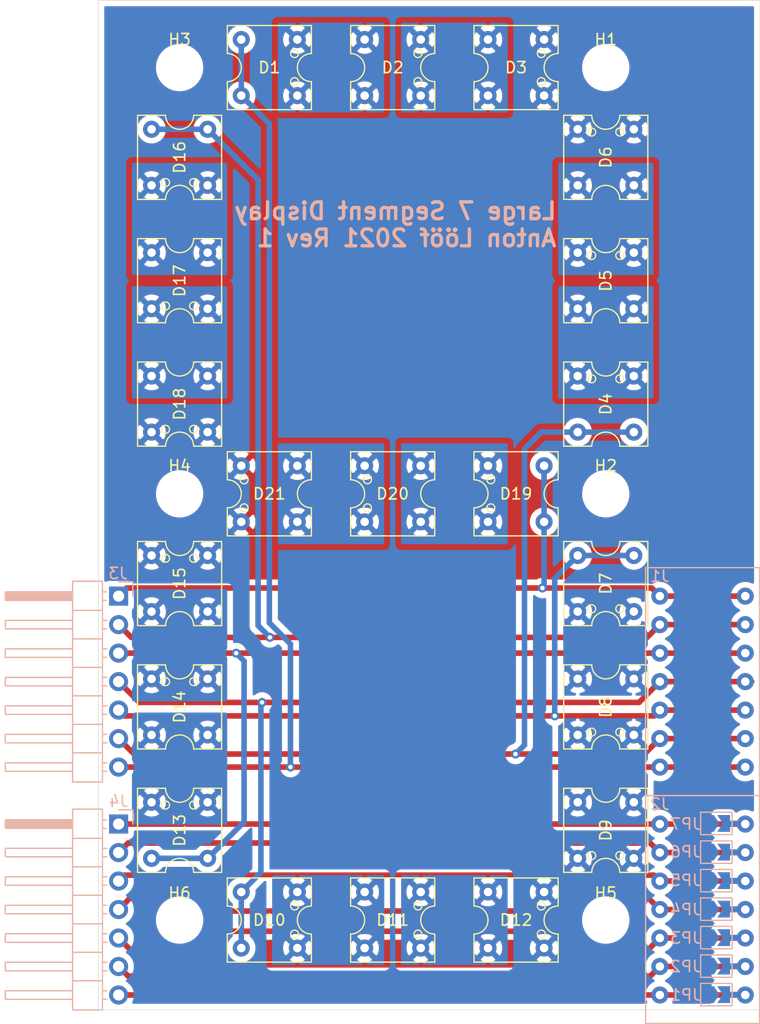
<source format=kicad_pcb>
(kicad_pcb (version 20171130) (host pcbnew "(5.1.9)-1")
  (layers (0 F.Cu signal) (31 B.Cu signal) (34 B.Paste user) (35 F.Paste user) (36 B.SilkS user) (37 F.SilkS user) (38 B.Mask user) (39 F.Mask user) (44 Edge.Cuts user))
  (net 0 "")
  (net 1 a)
  (net 2 "Net-(D1-Pad1)")
  (net 3 "Net-(D2-Pad1)")
  (net 4 b)
  (net 5 "Net-(D4-Pad1)")
  (net 6 "Net-(D5-Pad1)")
  (net 7 c)
  (net 8 "Net-(D7-Pad1)")
  (net 9 "Net-(D8-Pad1)")
  (net 10 d)
  (net 11 "Net-(D10-Pad1)")
  (net 12 "Net-(D11-Pad1)")
  (net 13 e)
  (net 14 "Net-(D13-Pad1)")
  (net 15 "Net-(D14-Pad1)")
  (net 16 f)
  (net 17 "Net-(D16-Pad1)")
  (net 18 "Net-(D17-Pad1)")
  (net 19 g)
  (net 20 "Net-(D19-Pad1)")
  (net 21 "Net-(D20-Pad1)")
  (net 22 b5)
  (net 23 b4)
  (net 24 b3)
  (net 25 b2)
  (net 26 b1)
  (net 27 b0)
  (net 28 /com)
  (net 29 b6)
  (module good_things:led4pin (layer F.Cu) (at 144.25 56 180)
    (fp_text reference D1 (at 0 0) (layer F.SilkS))
    (fp_text value led4pin)
    (pad 4 thru_hole circle (at 2.5 2.5 180) (size 1.524 1.524) (drill 0.762) (layers *.Cu *.Mask) (net 1 a))
    (pad 3 thru_hole circle (at -2.5 2.5 180) (size 1.524 1.524) (drill 0.762) (layers *.Cu *.Mask) (net 2 "Net-(D1-Pad1)"))
    (pad 2 thru_hole circle (at 2.5 -2.5 180) (size 1.524 1.524) (drill 0.762) (layers *.Cu *.Mask) (net 1 a))
    (pad 1 thru_hole circle (at -2.5 -2.5 180) (size 1.524 1.524) (drill 0.762) (layers *.Cu *.Mask) (net 2 "Net-(D1-Pad1)"))
  )
  (module good_things:pin-socket-7x2.54 (layer B.Cu) (at 182.88 131.064 270)
    (fp_text reference J2 (at -9.398 3.81 180) (layer B.SilkS) (effects (justify mirror)))
    (fp_text value Conn_01x07)
    (pad 7 thru_hole circle (at 7.62 -3.81 180) (size 1.524 1.524) (drill 0.762) (layers *.Cu *.Mask) (net 27 b0))
    (pad 6 thru_hole circle (at 5.08 -3.81 180) (size 1.524 1.524) (drill 0.762) (layers *.Cu *.Mask) (net 26 b1))
    (pad 3 thru_hole circle (at -2.54 -3.81 180) (size 1.524 1.524) (drill 0.762) (layers *.Cu *.Mask) (net 23 b4))
    (pad 1 thru_hole circle (at -7.62 -3.81 180) (size 1.524 1.524) (drill 0.762) (layers *.Cu *.Mask) (net 29 b6))
    (pad 5 thru_hole circle (at 2.54 -3.81 180) (size 1.524 1.524) (drill 0.762) (layers *.Cu *.Mask) (net 25 b2))
    (pad 2 thru_hole circle (at -5.08 -3.81 180) (size 1.524 1.524) (drill 0.762) (layers *.Cu *.Mask) (net 22 b5))
    (pad 4 thru_hole circle (at 0 -3.81 180) (size 1.524 1.524) (drill 0.762) (layers *.Cu *.Mask) (net 24 b3))
    (pad 7 thru_hole circle (at 7.62 3.81 180) (size 1.524 1.524) (drill 0.762) (layers *.Cu *.Mask) (net 27 b0))
    (pad 6 thru_hole circle (at 5.08 3.81 180) (size 1.524 1.524) (drill 0.762) (layers *.Cu *.Mask) (net 26 b1))
    (pad 5 thru_hole circle (at 2.54 3.81 180) (size 1.524 1.524) (drill 0.762) (layers *.Cu *.Mask) (net 25 b2))
    (pad 4 thru_hole circle (at 0 3.81 180) (size 1.524 1.524) (drill 0.762) (layers *.Cu *.Mask) (net 24 b3))
    (pad 3 thru_hole circle (at -2.54 3.81 180) (size 1.524 1.524) (drill 0.762) (layers *.Cu *.Mask) (net 23 b4))
    (pad 2 thru_hole circle (at -5.08 3.81 180) (size 1.524 1.524) (drill 0.762) (layers *.Cu *.Mask) (net 22 b5))
    (pad 1 thru_hole circle (at -7.62 3.81 180) (size 1.524 1.524) (drill 0.762) (layers *.Cu *.Mask) (net 29 b6))
  )
  (module good_things:pin-socket-7x2.54 (layer B.Cu) (at 182.88 110.744 270)
    (fp_text reference J1 (at -9.398 3.81 180) (layer B.SilkS) (effects (justify mirror)))
    (fp_text value Conn_01x07)
    (pad 7 thru_hole circle (at 7.62 -3.81 180) (size 1.524 1.524) (drill 0.762) (layers *.Cu *.Mask) (net 1 a))
    (pad 6 thru_hole circle (at 5.08 -3.81 180) (size 1.524 1.524) (drill 0.762) (layers *.Cu *.Mask) (net 4 b))
    (pad 3 thru_hole circle (at -2.54 -3.81 180) (size 1.524 1.524) (drill 0.762) (layers *.Cu *.Mask) (net 13 e))
    (pad 1 thru_hole circle (at -7.62 -3.81 180) (size 1.524 1.524) (drill 0.762) (layers *.Cu *.Mask) (net 19 g))
    (pad 5 thru_hole circle (at 2.54 -3.81 180) (size 1.524 1.524) (drill 0.762) (layers *.Cu *.Mask) (net 7 c))
    (pad 2 thru_hole circle (at -5.08 -3.81 180) (size 1.524 1.524) (drill 0.762) (layers *.Cu *.Mask) (net 16 f))
    (pad 4 thru_hole circle (at 0 -3.81 180) (size 1.524 1.524) (drill 0.762) (layers *.Cu *.Mask) (net 10 d))
    (pad 7 thru_hole circle (at 7.62 3.81 180) (size 1.524 1.524) (drill 0.762) (layers *.Cu *.Mask) (net 1 a))
    (pad 6 thru_hole circle (at 5.08 3.81 180) (size 1.524 1.524) (drill 0.762) (layers *.Cu *.Mask) (net 4 b))
    (pad 5 thru_hole circle (at 2.54 3.81 180) (size 1.524 1.524) (drill 0.762) (layers *.Cu *.Mask) (net 7 c))
    (pad 4 thru_hole circle (at 0 3.81 180) (size 1.524 1.524) (drill 0.762) (layers *.Cu *.Mask) (net 10 d))
    (pad 3 thru_hole circle (at -2.54 3.81 180) (size 1.524 1.524) (drill 0.762) (layers *.Cu *.Mask) (net 13 e))
    (pad 2 thru_hole circle (at -5.08 3.81 180) (size 1.524 1.524) (drill 0.762) (layers *.Cu *.Mask) (net 16 f))
    (pad 1 thru_hole circle (at -7.62 3.81 180) (size 1.524 1.524) (drill 0.762) (layers *.Cu *.Mask) (net 19 g))
  )
  (module Jumper:SolderJumper-2_P1.3mm_Open_TrianglePad1.0x1.5mm (layer B.Cu) (at 184.11 123.387)
    (fp_text reference JP7 (at -2.754 0.057) (layer B.SilkS) (effects (justify mirror)))
    (fp_text value SolderJumper_2_Bridged)
    (pad 1 smd custom (at -0.725 0) (size 0.3 0.3) (layers B.Cu B.Mask) (net 28 /com) (options (clearance outline) (anchor rect)) (primitives (gr_poly (pts (xy -0.5 0.75) (xy 0.5 0.75) (xy 1 0) (xy 0.5 -0.75) (xy -0.5 -0.75)) (width 0))))
    (pad 2 smd custom (at 0.725 0) (size 0.3 0.3) (layers B.Cu B.Mask) (net 29 b6) (options (clearance outline) (anchor rect)) (primitives (gr_poly (pts (xy -0.65 0.75) (xy 0.5 0.75) (xy 0.5 -0.75) (xy -0.65 -0.75) (xy -0.15 0)) (width 0))))
  )
  (module Connector_PinHeader_2.54mm:PinHeader_1x07_P2.54mm_Horizontal (layer B.Cu) (at 130.81 123.444 180)
    (fp_text reference J4 (at 0 2.032) (layer B.SilkS) (effects (justify mirror)))
    (fp_text value Conn_01x07)
    (pad 7 thru_hole oval (at 0 -15.24 180) (size 1.7 1.7) (drill 1) (layers *.Cu *.Mask) (net 27 b0))
    (pad 6 thru_hole oval (at 0 -12.7 180) (size 1.7 1.7) (drill 1) (layers *.Cu *.Mask) (net 26 b1))
    (pad 5 thru_hole oval (at 0 -10.16 180) (size 1.7 1.7) (drill 1) (layers *.Cu *.Mask) (net 25 b2))
    (pad 4 thru_hole oval (at 0 -7.62 180) (size 1.7 1.7) (drill 1) (layers *.Cu *.Mask) (net 24 b3))
    (pad 3 thru_hole oval (at 0 -5.08 180) (size 1.7 1.7) (drill 1) (layers *.Cu *.Mask) (net 23 b4))
    (pad 2 thru_hole oval (at 0 -2.54 180) (size 1.7 1.7) (drill 1) (layers *.Cu *.Mask) (net 22 b5))
    (pad 1 thru_hole rect (at 0 0 180) (size 1.7 1.7) (drill 1) (layers *.Cu *.Mask) (net 29 b6))
  )
  (module MountingHole:MountingHole_3.2mm_M3 (layer F.Cu) (at 136.25 132)
    (fp_text reference H6 (at 0 -2.4) (layer F.SilkS))
    (fp_text value MountingHole)
    (pad 1 np_thru_hole circle (at 0 0) (size 3.2 3.2) (drill 3.2) (layers *.Cu *.Mask))
  )
  (module MountingHole:MountingHole_3.2mm_M3 (layer F.Cu) (at 174.25 132)
    (fp_text reference H5 (at 0 -2.4) (layer F.SilkS))
    (fp_text value MountingHole)
    (pad 1 np_thru_hole circle (at 0 0) (size 3.2 3.2) (drill 3.2) (layers *.Cu *.Mask))
  )
  (module MountingHole:MountingHole_3.2mm_M3 (layer F.Cu) (at 136.25 94)
    (fp_text reference H4 (at 0 -2.5 180) (layer F.SilkS))
    (fp_text value MountingHole)
    (pad 1 np_thru_hole circle (at 0 0) (size 3.2 3.2) (drill 3.2) (layers *.Cu *.Mask))
  )
  (module MountingHole:MountingHole_3.2mm_M3 (layer F.Cu) (at 136.25 56)
    (fp_text reference H3 (at 0 -2.5) (layer F.SilkS))
    (fp_text value MountingHole)
    (pad 1 np_thru_hole circle (at 0 0) (size 3.2 3.2) (drill 3.2) (layers *.Cu *.Mask))
  )
  (module MountingHole:MountingHole_3.2mm_M3 (layer F.Cu) (at 174.25 94)
    (fp_text reference H2 (at 0 -2.5 180) (layer F.SilkS))
    (fp_text value MountingHole)
    (pad 1 np_thru_hole circle (at 0 0) (size 3.2 3.2) (drill 3.2) (layers *.Cu *.Mask))
  )
  (module MountingHole:MountingHole_3.2mm_M3 (layer F.Cu) (at 174.25 56)
    (fp_text reference H1 (at 0 -2.5) (layer F.SilkS))
    (fp_text value MountingHole)
    (pad 1 np_thru_hole circle (at 0 0) (size 3.2 3.2) (drill 3.2) (layers *.Cu *.Mask))
  )
  (module Jumper:SolderJumper-2_P1.3mm_Open_TrianglePad1.0x1.5mm (layer B.Cu) (at 184.11 125.947)
    (fp_text reference JP6 (at -2.754 -0.0265) (layer B.SilkS) (effects (justify mirror)))
    (fp_text value SolderJumper_2_Bridged)
    (pad 1 smd custom (at -0.725 0) (size 0.3 0.3) (layers B.Cu B.Mask) (net 28 /com) (options (clearance outline) (anchor rect)) (primitives (gr_poly (pts (xy -0.5 0.75) (xy 0.5 0.75) (xy 1 0) (xy 0.5 -0.75) (xy -0.5 -0.75)) (width 0))))
    (pad 2 smd custom (at 0.725 0) (size 0.3 0.3) (layers B.Cu B.Mask) (net 22 b5) (options (clearance outline) (anchor rect)) (primitives (gr_poly (pts (xy -0.65 0.75) (xy 0.5 0.75) (xy 0.5 -0.75) (xy -0.65 -0.75) (xy -0.15 0)) (width 0))))
  )
  (module Jumper:SolderJumper-2_P1.3mm_Open_TrianglePad1.0x1.5mm (layer B.Cu) (at 184.11 128.487)
    (fp_text reference JP5 (at -2.754 -0.0265) (layer B.SilkS) (effects (justify mirror)))
    (fp_text value SolderJumper_2_Bridged)
    (pad 1 smd custom (at -0.725 0) (size 0.3 0.3) (layers B.Cu B.Mask) (net 28 /com) (options (clearance outline) (anchor rect)) (primitives (gr_poly (pts (xy -0.5 0.75) (xy 0.5 0.75) (xy 1 0) (xy 0.5 -0.75) (xy -0.5 -0.75)) (width 0))))
    (pad 2 smd custom (at 0.725 0) (size 0.3 0.3) (layers B.Cu B.Mask) (net 23 b4) (options (clearance outline) (anchor rect)) (primitives (gr_poly (pts (xy -0.65 0.75) (xy 0.5 0.75) (xy 0.5 -0.75) (xy -0.65 -0.75) (xy -0.15 0)) (width 0))))
  )
  (module Jumper:SolderJumper-2_P1.3mm_Open_TrianglePad1.0x1.5mm (layer B.Cu) (at 184.11 131.027)
    (fp_text reference JP4 (at -2.754 0.037 180) (layer B.SilkS) (effects (justify mirror)))
    (fp_text value SolderJumper_2_Bridged)
    (pad 1 smd custom (at -0.725 0) (size 0.3 0.3) (layers B.Cu B.Mask) (net 28 /com) (options (clearance outline) (anchor rect)) (primitives (gr_poly (pts (xy -0.5 0.75) (xy 0.5 0.75) (xy 1 0) (xy 0.5 -0.75) (xy -0.5 -0.75)) (width 0))))
    (pad 2 smd custom (at 0.725 0) (size 0.3 0.3) (layers B.Cu B.Mask) (net 24 b3) (options (clearance outline) (anchor rect)) (primitives (gr_poly (pts (xy -0.65 0.75) (xy 0.5 0.75) (xy 0.5 -0.75) (xy -0.65 -0.75) (xy -0.15 0)) (width 0))))
  )
  (module Jumper:SolderJumper-2_P1.3mm_Open_TrianglePad1.0x1.5mm (layer B.Cu) (at 184.11 133.567)
    (fp_text reference JP3 (at -2.754 0.037 180) (layer B.SilkS) (effects (justify mirror)))
    (fp_text value SolderJumper_2_Bridged)
    (pad 1 smd custom (at -0.725 0) (size 0.3 0.3) (layers B.Cu B.Mask) (net 28 /com) (options (clearance outline) (anchor rect)) (primitives (gr_poly (pts (xy -0.5 0.75) (xy 0.5 0.75) (xy 1 0) (xy 0.5 -0.75) (xy -0.5 -0.75)) (width 0))))
    (pad 2 smd custom (at 0.725 0) (size 0.3 0.3) (layers B.Cu B.Mask) (net 25 b2) (options (clearance outline) (anchor rect)) (primitives (gr_poly (pts (xy -0.65 0.75) (xy 0.5 0.75) (xy 0.5 -0.75) (xy -0.65 -0.75) (xy -0.15 0)) (width 0))))
  )
  (module Jumper:SolderJumper-2_P1.3mm_Open_TrianglePad1.0x1.5mm (layer B.Cu) (at 184.11 136.107)
    (fp_text reference JP2 (at -2.754 0.037 180) (layer B.SilkS) (effects (justify mirror)))
    (fp_text value SolderJumper_2_Bridged)
    (pad 1 smd custom (at -0.725 0) (size 0.3 0.3) (layers B.Cu B.Mask) (net 28 /com) (options (clearance outline) (anchor rect)) (primitives (gr_poly (pts (xy -0.5 0.75) (xy 0.5 0.75) (xy 1 0) (xy 0.5 -0.75) (xy -0.5 -0.75)) (width 0))))
    (pad 2 smd custom (at 0.725 0) (size 0.3 0.3) (layers B.Cu B.Mask) (net 26 b1) (options (clearance outline) (anchor rect)) (primitives (gr_poly (pts (xy -0.65 0.75) (xy 0.5 0.75) (xy 0.5 -0.75) (xy -0.65 -0.75) (xy -0.15 0)) (width 0))))
  )
  (module Jumper:SolderJumper-2_P1.3mm_Open_TrianglePad1.0x1.5mm (layer B.Cu) (at 184.11 138.647)
    (fp_text reference JP1 (at -2.754 0.037 180) (layer B.SilkS) (effects (justify mirror)))
    (fp_text value SolderJumper_2_Bridged)
    (pad 1 smd custom (at -0.725 0) (size 0.3 0.3) (layers B.Cu B.Mask) (net 28 /com) (options (clearance outline) (anchor rect)) (primitives (gr_poly (pts (xy -0.5 0.75) (xy 0.5 0.75) (xy 1 0) (xy 0.5 -0.75) (xy -0.5 -0.75)) (width 0))))
    (pad 2 smd custom (at 0.725 0) (size 0.3 0.3) (layers B.Cu B.Mask) (net 27 b0) (options (clearance outline) (anchor rect)) (primitives (gr_poly (pts (xy -0.65 0.75) (xy 0.5 0.75) (xy 0.5 -0.75) (xy -0.65 -0.75) (xy -0.15 0)) (width 0))))
  )
  (module good_things:led4pin (layer F.Cu) (at 144.25 94)
    (fp_text reference D21 (at 0 0) (layer F.SilkS))
    (fp_text value led4pin)
    (pad 4 thru_hole circle (at 2.5 2.5) (size 1.524 1.524) (drill 0.762) (layers *.Cu *.Mask) (net 21 "Net-(D20-Pad1)"))
    (pad 3 thru_hole circle (at -2.5 2.5) (size 1.524 1.524) (drill 0.762) (layers *.Cu *.Mask) (net 28 /com))
    (pad 2 thru_hole circle (at 2.5 -2.5) (size 1.524 1.524) (drill 0.762) (layers *.Cu *.Mask) (net 21 "Net-(D20-Pad1)"))
    (pad 1 thru_hole circle (at -2.5 -2.5) (size 1.524 1.524) (drill 0.762) (layers *.Cu *.Mask) (net 28 /com))
  )
  (module good_things:led4pin (layer F.Cu) (at 155.25 94)
    (fp_text reference D20 (at 0 0) (layer F.SilkS))
    (fp_text value led4pin)
    (pad 4 thru_hole circle (at 2.5 2.5) (size 1.524 1.524) (drill 0.762) (layers *.Cu *.Mask) (net 20 "Net-(D19-Pad1)"))
    (pad 3 thru_hole circle (at -2.5 2.5) (size 1.524 1.524) (drill 0.762) (layers *.Cu *.Mask) (net 21 "Net-(D20-Pad1)"))
    (pad 2 thru_hole circle (at 2.5 -2.5) (size 1.524 1.524) (drill 0.762) (layers *.Cu *.Mask) (net 20 "Net-(D19-Pad1)"))
    (pad 1 thru_hole circle (at -2.5 -2.5) (size 1.524 1.524) (drill 0.762) (layers *.Cu *.Mask) (net 21 "Net-(D20-Pad1)"))
  )
  (module good_things:led4pin (layer F.Cu) (at 166.25 94)
    (fp_text reference D19 (at 0 0) (layer F.SilkS))
    (fp_text value led4pin)
    (pad 4 thru_hole circle (at 2.5 2.5) (size 1.524 1.524) (drill 0.762) (layers *.Cu *.Mask) (net 19 g))
    (pad 3 thru_hole circle (at -2.5 2.5) (size 1.524 1.524) (drill 0.762) (layers *.Cu *.Mask) (net 20 "Net-(D19-Pad1)"))
    (pad 2 thru_hole circle (at 2.5 -2.5) (size 1.524 1.524) (drill 0.762) (layers *.Cu *.Mask) (net 19 g))
    (pad 1 thru_hole circle (at -2.5 -2.5) (size 1.524 1.524) (drill 0.762) (layers *.Cu *.Mask) (net 20 "Net-(D19-Pad1)"))
  )
  (module good_things:led4pin (layer F.Cu) (at 136.25 86 90)
    (fp_text reference D18 (at 0 0 90) (layer F.SilkS))
    (fp_text value led4pin)
    (pad 4 thru_hole circle (at 2.5 2.5 90) (size 1.524 1.524) (drill 0.762) (layers *.Cu *.Mask) (net 18 "Net-(D17-Pad1)"))
    (pad 3 thru_hole circle (at -2.5 2.5 90) (size 1.524 1.524) (drill 0.762) (layers *.Cu *.Mask) (net 28 /com))
    (pad 2 thru_hole circle (at 2.5 -2.5 90) (size 1.524 1.524) (drill 0.762) (layers *.Cu *.Mask) (net 18 "Net-(D17-Pad1)"))
    (pad 1 thru_hole circle (at -2.5 -2.5 90) (size 1.524 1.524) (drill 0.762) (layers *.Cu *.Mask) (net 28 /com))
  )
  (module good_things:led4pin (layer F.Cu) (at 136.25 75 90)
    (fp_text reference D17 (at 0 0 90) (layer F.SilkS))
    (fp_text value led4pin)
    (pad 4 thru_hole circle (at 2.5 2.5 90) (size 1.524 1.524) (drill 0.762) (layers *.Cu *.Mask) (net 17 "Net-(D16-Pad1)"))
    (pad 3 thru_hole circle (at -2.5 2.5 90) (size 1.524 1.524) (drill 0.762) (layers *.Cu *.Mask) (net 18 "Net-(D17-Pad1)"))
    (pad 2 thru_hole circle (at 2.5 -2.5 90) (size 1.524 1.524) (drill 0.762) (layers *.Cu *.Mask) (net 17 "Net-(D16-Pad1)"))
    (pad 1 thru_hole circle (at -2.5 -2.5 90) (size 1.524 1.524) (drill 0.762) (layers *.Cu *.Mask) (net 18 "Net-(D17-Pad1)"))
  )
  (module good_things:led4pin (layer F.Cu) (at 136.25 64 90)
    (fp_text reference D16 (at 0 0 90) (layer F.SilkS))
    (fp_text value led4pin)
    (pad 4 thru_hole circle (at 2.5 2.5 90) (size 1.524 1.524) (drill 0.762) (layers *.Cu *.Mask) (net 16 f))
    (pad 3 thru_hole circle (at -2.5 2.5 90) (size 1.524 1.524) (drill 0.762) (layers *.Cu *.Mask) (net 17 "Net-(D16-Pad1)"))
    (pad 2 thru_hole circle (at 2.5 -2.5 90) (size 1.524 1.524) (drill 0.762) (layers *.Cu *.Mask) (net 16 f))
    (pad 1 thru_hole circle (at -2.5 -2.5 90) (size 1.524 1.524) (drill 0.762) (layers *.Cu *.Mask) (net 17 "Net-(D16-Pad1)"))
  )
  (module good_things:led4pin (layer F.Cu) (at 136.25 102 270)
    (fp_text reference D15 (at 0 0 90) (layer F.SilkS))
    (fp_text value led4pin)
    (pad 4 thru_hole circle (at 2.5 2.5 270) (size 1.524 1.524) (drill 0.762) (layers *.Cu *.Mask) (net 15 "Net-(D14-Pad1)"))
    (pad 3 thru_hole circle (at -2.5 2.5 270) (size 1.524 1.524) (drill 0.762) (layers *.Cu *.Mask) (net 28 /com))
    (pad 2 thru_hole circle (at 2.5 -2.5 270) (size 1.524 1.524) (drill 0.762) (layers *.Cu *.Mask) (net 15 "Net-(D14-Pad1)"))
    (pad 1 thru_hole circle (at -2.5 -2.5 270) (size 1.524 1.524) (drill 0.762) (layers *.Cu *.Mask) (net 28 /com))
  )
  (module good_things:led4pin (layer F.Cu) (at 136.25 113 270)
    (fp_text reference D14 (at 0 0 90) (layer F.SilkS))
    (fp_text value led4pin)
    (pad 4 thru_hole circle (at 2.5 2.5 270) (size 1.524 1.524) (drill 0.762) (layers *.Cu *.Mask) (net 14 "Net-(D13-Pad1)"))
    (pad 3 thru_hole circle (at -2.5 2.5 270) (size 1.524 1.524) (drill 0.762) (layers *.Cu *.Mask) (net 15 "Net-(D14-Pad1)"))
    (pad 2 thru_hole circle (at 2.5 -2.5 270) (size 1.524 1.524) (drill 0.762) (layers *.Cu *.Mask) (net 14 "Net-(D13-Pad1)"))
    (pad 1 thru_hole circle (at -2.5 -2.5 270) (size 1.524 1.524) (drill 0.762) (layers *.Cu *.Mask) (net 15 "Net-(D14-Pad1)"))
  )
  (module good_things:led4pin (layer F.Cu) (at 136.25 124 270)
    (fp_text reference D13 (at 0 0 90) (layer F.SilkS))
    (fp_text value led4pin)
    (pad 4 thru_hole circle (at 2.5 2.5 270) (size 1.524 1.524) (drill 0.762) (layers *.Cu *.Mask) (net 13 e))
    (pad 3 thru_hole circle (at -2.5 2.5 270) (size 1.524 1.524) (drill 0.762) (layers *.Cu *.Mask) (net 14 "Net-(D13-Pad1)"))
    (pad 2 thru_hole circle (at 2.5 -2.5 270) (size 1.524 1.524) (drill 0.762) (layers *.Cu *.Mask) (net 13 e))
    (pad 1 thru_hole circle (at -2.5 -2.5 270) (size 1.524 1.524) (drill 0.762) (layers *.Cu *.Mask) (net 14 "Net-(D13-Pad1)"))
  )
  (module good_things:led4pin (layer F.Cu) (at 166.25 132 180)
    (fp_text reference D12 (at 0 0) (layer F.SilkS))
    (fp_text value led4pin)
    (pad 4 thru_hole circle (at 2.5 2.5 180) (size 1.524 1.524) (drill 0.762) (layers *.Cu *.Mask) (net 12 "Net-(D11-Pad1)"))
    (pad 3 thru_hole circle (at -2.5 2.5 180) (size 1.524 1.524) (drill 0.762) (layers *.Cu *.Mask) (net 28 /com))
    (pad 2 thru_hole circle (at 2.5 -2.5 180) (size 1.524 1.524) (drill 0.762) (layers *.Cu *.Mask) (net 12 "Net-(D11-Pad1)"))
    (pad 1 thru_hole circle (at -2.5 -2.5 180) (size 1.524 1.524) (drill 0.762) (layers *.Cu *.Mask) (net 28 /com))
  )
  (module good_things:led4pin (layer F.Cu) (at 155.25 132 180)
    (fp_text reference D11 (at 0 0) (layer F.SilkS))
    (fp_text value led4pin)
    (pad 4 thru_hole circle (at 2.5 2.5 180) (size 1.524 1.524) (drill 0.762) (layers *.Cu *.Mask) (net 11 "Net-(D10-Pad1)"))
    (pad 3 thru_hole circle (at -2.5 2.5 180) (size 1.524 1.524) (drill 0.762) (layers *.Cu *.Mask) (net 12 "Net-(D11-Pad1)"))
    (pad 2 thru_hole circle (at 2.5 -2.5 180) (size 1.524 1.524) (drill 0.762) (layers *.Cu *.Mask) (net 11 "Net-(D10-Pad1)"))
    (pad 1 thru_hole circle (at -2.5 -2.5 180) (size 1.524 1.524) (drill 0.762) (layers *.Cu *.Mask) (net 12 "Net-(D11-Pad1)"))
  )
  (module good_things:led4pin (layer F.Cu) (at 144.25 132 180)
    (fp_text reference D10 (at 0 0) (layer F.SilkS))
    (fp_text value led4pin)
    (pad 4 thru_hole circle (at 2.5 2.5 180) (size 1.524 1.524) (drill 0.762) (layers *.Cu *.Mask) (net 10 d))
    (pad 3 thru_hole circle (at -2.5 2.5 180) (size 1.524 1.524) (drill 0.762) (layers *.Cu *.Mask) (net 11 "Net-(D10-Pad1)"))
    (pad 2 thru_hole circle (at 2.5 -2.5 180) (size 1.524 1.524) (drill 0.762) (layers *.Cu *.Mask) (net 10 d))
    (pad 1 thru_hole circle (at -2.5 -2.5 180) (size 1.524 1.524) (drill 0.762) (layers *.Cu *.Mask) (net 11 "Net-(D10-Pad1)"))
  )
  (module good_things:led4pin (layer F.Cu) (at 174.25 124 90)
    (fp_text reference D9 (at 0 0 90) (layer F.SilkS))
    (fp_text value led4pin)
    (pad 4 thru_hole circle (at 2.5 2.5 90) (size 1.524 1.524) (drill 0.762) (layers *.Cu *.Mask) (net 9 "Net-(D8-Pad1)"))
    (pad 3 thru_hole circle (at -2.5 2.5 90) (size 1.524 1.524) (drill 0.762) (layers *.Cu *.Mask) (net 28 /com))
    (pad 2 thru_hole circle (at 2.5 -2.5 90) (size 1.524 1.524) (drill 0.762) (layers *.Cu *.Mask) (net 9 "Net-(D8-Pad1)"))
    (pad 1 thru_hole circle (at -2.5 -2.5 90) (size 1.524 1.524) (drill 0.762) (layers *.Cu *.Mask) (net 28 /com))
  )
  (module good_things:led4pin (layer F.Cu) (at 174.25 113 90)
    (fp_text reference D8 (at 0 0 90) (layer F.SilkS))
    (fp_text value led4pin)
    (pad 4 thru_hole circle (at 2.5 2.5 90) (size 1.524 1.524) (drill 0.762) (layers *.Cu *.Mask) (net 8 "Net-(D7-Pad1)"))
    (pad 3 thru_hole circle (at -2.5 2.5 90) (size 1.524 1.524) (drill 0.762) (layers *.Cu *.Mask) (net 9 "Net-(D8-Pad1)"))
    (pad 2 thru_hole circle (at 2.5 -2.5 90) (size 1.524 1.524) (drill 0.762) (layers *.Cu *.Mask) (net 8 "Net-(D7-Pad1)"))
    (pad 1 thru_hole circle (at -2.5 -2.5 90) (size 1.524 1.524) (drill 0.762) (layers *.Cu *.Mask) (net 9 "Net-(D8-Pad1)"))
  )
  (module good_things:led4pin (layer F.Cu) (at 174.25 102 90)
    (fp_text reference D7 (at 0 0 90) (layer F.SilkS))
    (fp_text value led4pin)
    (pad 4 thru_hole circle (at 2.5 2.5 90) (size 1.524 1.524) (drill 0.762) (layers *.Cu *.Mask) (net 7 c))
    (pad 3 thru_hole circle (at -2.5 2.5 90) (size 1.524 1.524) (drill 0.762) (layers *.Cu *.Mask) (net 8 "Net-(D7-Pad1)"))
    (pad 2 thru_hole circle (at 2.5 -2.5 90) (size 1.524 1.524) (drill 0.762) (layers *.Cu *.Mask) (net 7 c))
    (pad 1 thru_hole circle (at -2.5 -2.5 90) (size 1.524 1.524) (drill 0.762) (layers *.Cu *.Mask) (net 8 "Net-(D7-Pad1)"))
  )
  (module good_things:led4pin (layer F.Cu) (at 174.25 64 270)
    (fp_text reference D6 (at 0 0 90) (layer F.SilkS))
    (fp_text value led4pin)
    (pad 4 thru_hole circle (at 2.5 2.5 270) (size 1.524 1.524) (drill 0.762) (layers *.Cu *.Mask) (net 6 "Net-(D5-Pad1)"))
    (pad 3 thru_hole circle (at -2.5 2.5 270) (size 1.524 1.524) (drill 0.762) (layers *.Cu *.Mask) (net 28 /com))
    (pad 2 thru_hole circle (at 2.5 -2.5 270) (size 1.524 1.524) (drill 0.762) (layers *.Cu *.Mask) (net 6 "Net-(D5-Pad1)"))
    (pad 1 thru_hole circle (at -2.5 -2.5 270) (size 1.524 1.524) (drill 0.762) (layers *.Cu *.Mask) (net 28 /com))
  )
  (module good_things:led4pin (layer F.Cu) (at 174.25 75 270)
    (fp_text reference D5 (at 0 0 90) (layer F.SilkS))
    (fp_text value led4pin)
    (pad 4 thru_hole circle (at 2.5 2.5 270) (size 1.524 1.524) (drill 0.762) (layers *.Cu *.Mask) (net 5 "Net-(D4-Pad1)"))
    (pad 3 thru_hole circle (at -2.5 2.5 270) (size 1.524 1.524) (drill 0.762) (layers *.Cu *.Mask) (net 6 "Net-(D5-Pad1)"))
    (pad 2 thru_hole circle (at 2.5 -2.5 270) (size 1.524 1.524) (drill 0.762) (layers *.Cu *.Mask) (net 5 "Net-(D4-Pad1)"))
    (pad 1 thru_hole circle (at -2.5 -2.5 270) (size 1.524 1.524) (drill 0.762) (layers *.Cu *.Mask) (net 6 "Net-(D5-Pad1)"))
  )
  (module good_things:led4pin (layer F.Cu) (at 174.25 86 270)
    (fp_text reference D4 (at 0 0 90) (layer F.SilkS))
    (fp_text value led4pin)
    (pad 4 thru_hole circle (at 2.5 2.5 270) (size 1.524 1.524) (drill 0.762) (layers *.Cu *.Mask) (net 4 b))
    (pad 3 thru_hole circle (at -2.5 2.5 270) (size 1.524 1.524) (drill 0.762) (layers *.Cu *.Mask) (net 5 "Net-(D4-Pad1)"))
    (pad 2 thru_hole circle (at 2.5 -2.5 270) (size 1.524 1.524) (drill 0.762) (layers *.Cu *.Mask) (net 4 b))
    (pad 1 thru_hole circle (at -2.5 -2.5 270) (size 1.524 1.524) (drill 0.762) (layers *.Cu *.Mask) (net 5 "Net-(D4-Pad1)"))
  )
  (module good_things:led4pin (layer F.Cu) (at 166.25 56 180)
    (fp_text reference D3 (at 0 0) (layer F.SilkS))
    (fp_text value led4pin)
    (pad 4 thru_hole circle (at 2.5 2.5 180) (size 1.524 1.524) (drill 0.762) (layers *.Cu *.Mask) (net 3 "Net-(D2-Pad1)"))
    (pad 3 thru_hole circle (at -2.5 2.5 180) (size 1.524 1.524) (drill 0.762) (layers *.Cu *.Mask) (net 28 /com))
    (pad 2 thru_hole circle (at 2.5 -2.5 180) (size 1.524 1.524) (drill 0.762) (layers *.Cu *.Mask) (net 3 "Net-(D2-Pad1)"))
    (pad 1 thru_hole circle (at -2.5 -2.5 180) (size 1.524 1.524) (drill 0.762) (layers *.Cu *.Mask) (net 28 /com))
  )
  (module good_things:led4pin (layer F.Cu) (at 155.25 56 180)
    (fp_text reference D2 (at 0 0) (layer F.SilkS))
    (fp_text value led4pin)
    (pad 4 thru_hole circle (at 2.5 2.5 180) (size 1.524 1.524) (drill 0.762) (layers *.Cu *.Mask) (net 2 "Net-(D1-Pad1)"))
    (pad 3 thru_hole circle (at -2.5 2.5 180) (size 1.524 1.524) (drill 0.762) (layers *.Cu *.Mask) (net 3 "Net-(D2-Pad1)"))
    (pad 2 thru_hole circle (at 2.5 -2.5 180) (size 1.524 1.524) (drill 0.762) (layers *.Cu *.Mask) (net 2 "Net-(D1-Pad1)"))
    (pad 1 thru_hole circle (at -2.5 -2.5 180) (size 1.524 1.524) (drill 0.762) (layers *.Cu *.Mask) (net 3 "Net-(D2-Pad1)"))
  )
  (module Connector_PinHeader_2.54mm:PinHeader_1x07_P2.54mm_Horizontal (layer B.Cu) (at 130.81 103.124 180)
    (fp_text reference J3 (at 0.05 2.032) (layer B.SilkS) (effects (justify mirror)))
    (fp_text value Conn_01x07)
    (pad 7 thru_hole oval (at 0 -15.24 180) (size 1.7 1.7) (drill 1) (layers *.Cu *.Mask) (net 1 a))
    (pad 6 thru_hole oval (at 0 -12.7 180) (size 1.7 1.7) (drill 1) (layers *.Cu *.Mask) (net 4 b))
    (pad 5 thru_hole oval (at 0 -10.16 180) (size 1.7 1.7) (drill 1) (layers *.Cu *.Mask) (net 7 c))
    (pad 4 thru_hole oval (at 0 -7.62 180) (size 1.7 1.7) (drill 1) (layers *.Cu *.Mask) (net 10 d))
    (pad 3 thru_hole oval (at 0 -5.08 180) (size 1.7 1.7) (drill 1) (layers *.Cu *.Mask) (net 13 e))
    (pad 2 thru_hole oval (at 0 -2.54 180) (size 1.7 1.7) (drill 1) (layers *.Cu *.Mask) (net 16 f))
    (pad 1 thru_hole rect (at 0 0 180) (size 1.7 1.7) (drill 1) (layers *.Cu *.Mask) (net 19 g))
  )
  (gr_text "Large 7 Segment Display\nAnton Lööf 2021 Rev 1" (at 170 70) (layer B.SilkS) (effects (font (size 1.5 1.5) (thickness 0.3)) (justify left mirror)))
  (gr_line (start 129 140) (end 129 50) (layer Edge.Cuts) (width 0.05))
  (gr_line (start 188 140) (end 129 140) (layer Edge.Cuts) (width 0.05))
  (gr_line (start 188 50) (end 188 140) (layer Edge.Cuts) (width 0.05))
  (gr_line (start 129 50) (end 188 50) (layer Edge.Cuts) (width 0.05))
  (segment (start 186.69 118.364) (end 179.07 118.364) (width 0.5) (layer F.Cu) (net 1))
  (segment (start 141.75 53.5) (end 141.75 58.5) (width 0.5) (layer B.Cu) (net 1))
  (via (at 146.136 118.364) (size 0.8) (drill 0.4) (layers F.Cu B.Cu) (net 1))
  (segment (start 146.136 118.364) (end 130.81 118.364) (width 0.5) (layer F.Cu) (net 1))
  (segment (start 179.07 118.364) (end 146.136 118.364) (width 0.5) (layer F.Cu) (net 1))
  (segment (start 146.136 107.385989) (end 146.136 118.364) (width 0.5) (layer B.Cu) (net 1))
  (segment (start 144.25 105.499989) (end 146.136 107.385989) (width 0.5) (layer B.Cu) (net 1))
  (segment (start 144.25 61) (end 144.25 105.499989) (width 0.5) (layer B.Cu) (net 1))
  (segment (start 141.75 58.5) (end 144.25 61) (width 0.5) (layer B.Cu) (net 1))
  (segment (start 179.07 115.824) (end 186.69 115.824) (width 0.5) (layer F.Cu) (net 4))
  (segment (start 177.694 117.2) (end 179.07 115.824) (width 0.5) (layer F.Cu) (net 4))
  (segment (start 130.81 115.824) (end 132.186 117.2) (width 0.5) (layer F.Cu) (net 4))
  (segment (start 176.75 88.5) (end 171.75 88.5) (width 0.5) (layer B.Cu) (net 4))
  (via (at 166.2 117.2) (size 0.8) (drill 0.4) (layers F.Cu B.Cu) (net 4))
  (segment (start 166.2 117.2) (end 177.694 117.2) (width 0.5) (layer F.Cu) (net 4))
  (segment (start 132.186 117.2) (end 166.2 117.2) (width 0.5) (layer F.Cu) (net 4))
  (segment (start 167 116.4) (end 166.2 117.2) (width 0.5) (layer B.Cu) (net 4))
  (segment (start 168.5 88.5) (end 167 90) (width 0.5) (layer B.Cu) (net 4))
  (segment (start 167 90) (end 167 116.4) (width 0.5) (layer B.Cu) (net 4))
  (segment (start 171.75 88.5) (end 168.5 88.5) (width 0.5) (layer B.Cu) (net 4))
  (segment (start 186.69 113.284) (end 179.07 113.284) (width 0.5) (layer F.Cu) (net 7))
  (segment (start 131.326 113.8) (end 130.81 113.284) (width 0.5) (layer F.Cu) (net 7))
  (segment (start 179.07 113.284) (end 178.554 113.8) (width 0.5) (layer F.Cu) (net 7))
  (segment (start 176.75 99.5) (end 171.75 99.5) (width 0.5) (layer B.Cu) (net 7))
  (segment (start 169.7 101.55) (end 169.7 113.8) (width 0.5) (layer B.Cu) (net 7))
  (segment (start 171.75 99.5) (end 169.7 101.55) (width 0.5) (layer B.Cu) (net 7))
  (segment (start 169.7 113.8) (end 131.326 113.8) (width 0.5) (layer F.Cu) (net 7))
  (via (at 169.7 113.8) (size 0.8) (drill 0.4) (layers F.Cu B.Cu) (net 7))
  (segment (start 178.554 113.8) (end 169.7 113.8) (width 0.5) (layer F.Cu) (net 7))
  (segment (start 179.07 110.744) (end 187.256 110.744) (width 0.5) (layer F.Cu) (net 10))
  (segment (start 141.75 134.5) (end 141.75 129.5) (width 0.5) (layer B.Cu) (net 10))
  (via (at 143.6 112.6) (size 0.8) (drill 0.4) (layers F.Cu B.Cu) (net 10))
  (segment (start 179.07 110.744) (end 177.214 112.6) (width 0.5) (layer F.Cu) (net 10))
  (segment (start 177.214 112.6) (end 143.6 112.6) (width 0.5) (layer F.Cu) (net 10))
  (segment (start 130.81 110.744) (end 132.666 112.6) (width 0.5) (layer F.Cu) (net 10))
  (segment (start 132.666 112.6) (end 143.6 112.6) (width 0.5) (layer F.Cu) (net 10))
  (segment (start 143.5 112.7) (end 143.6 112.6) (width 0.5) (layer B.Cu) (net 10))
  (segment (start 143.5 127.75) (end 143.5 112.7) (width 0.5) (layer B.Cu) (net 10))
  (segment (start 141.75 129.5) (end 143.5 127.75) (width 0.5) (layer B.Cu) (net 10))
  (segment (start 186.69 108.204) (end 179.07 108.204) (width 0.5) (layer F.Cu) (net 13))
  (segment (start 138.75 126.5) (end 133.75 126.5) (width 0.5) (layer B.Cu) (net 13))
  (segment (start 136.296 108.204) (end 130.81 108.204) (width 0.5) (layer F.Cu) (net 13))
  (via (at 141.296 108.204) (size 0.8) (drill 0.4) (layers F.Cu B.Cu) (net 13))
  (segment (start 141.296 108.204) (end 136.296 108.204) (width 0.5) (layer F.Cu) (net 13))
  (segment (start 179.07 108.204) (end 141.296 108.204) (width 0.5) (layer F.Cu) (net 13))
  (segment (start 142 108.908) (end 141.296 108.204) (width 0.5) (layer B.Cu) (net 13))
  (segment (start 142 123.25) (end 142 108.908) (width 0.5) (layer B.Cu) (net 13))
  (segment (start 138.75 126.5) (end 142 123.25) (width 0.5) (layer B.Cu) (net 13))
  (segment (start 179.07 105.664) (end 186.69 105.664) (width 0.5) (layer F.Cu) (net 16))
  (segment (start 177.934 106.8) (end 179.07 105.664) (width 0.5) (layer F.Cu) (net 16))
  (segment (start 130.81 105.664) (end 131.946 106.8) (width 0.5) (layer F.Cu) (net 16))
  (segment (start 133.75 61.5) (end 138.75 61.5) (width 0.5) (layer B.Cu) (net 16))
  (via (at 144.3 106.8) (size 0.8) (drill 0.4) (layers F.Cu B.Cu) (net 16))
  (segment (start 144.3 106.8) (end 177.934 106.8) (width 0.5) (layer F.Cu) (net 16))
  (segment (start 131.946 106.8) (end 144.3 106.8) (width 0.5) (layer F.Cu) (net 16))
  (segment (start 143.25 105.75) (end 144.3 106.8) (width 0.5) (layer B.Cu) (net 16))
  (segment (start 143.25 66) (end 143.25 105.75) (width 0.5) (layer B.Cu) (net 16))
  (segment (start 138.75 61.5) (end 143.25 66) (width 0.5) (layer B.Cu) (net 16))
  (segment (start 186.69 103.124) (end 179.07 103.124) (width 0.5) (layer F.Cu) (net 19))
  (segment (start 131.534 102.4) (end 130.81 103.124) (width 0.5) (layer F.Cu) (net 19))
  (segment (start 179.07 103.124) (end 178.346 102.4) (width 0.5) (layer F.Cu) (net 19))
  (segment (start 168.75 91.5) (end 168.75 96.5) (width 0.5) (layer B.Cu) (net 19))
  (segment (start 168.75 102.25) (end 168.6 102.4) (width 0.5) (layer B.Cu) (net 19))
  (via (at 168.6 102.4) (size 0.8) (drill 0.4) (layers F.Cu B.Cu) (net 19))
  (segment (start 168.75 96.5) (end 168.75 102.25) (width 0.5) (layer B.Cu) (net 19))
  (segment (start 168.6 102.4) (end 131.534 102.4) (width 0.5) (layer F.Cu) (net 19))
  (segment (start 178.346 102.4) (end 168.6 102.4) (width 0.5) (layer F.Cu) (net 19))
  (segment (start 178.220001 125.134001) (end 179.07 125.984) (width 0.5) (layer F.Cu) (net 22))
  (segment (start 131.659999 125.134001) (end 178.220001 125.134001) (width 0.5) (layer F.Cu) (net 22))
  (segment (start 130.81 125.984) (end 131.659999 125.134001) (width 0.5) (layer F.Cu) (net 22))
  (segment (start 179.07 125.984) (end 186.69 125.984) (width 0.5) (layer F.Cu) (net 22))
  (segment (start 186.653 125.947) (end 186.69 125.984) (width 0.5) (layer B.Cu) (net 22))
  (segment (start 184.835 125.947) (end 186.653 125.947) (width 0.5) (layer B.Cu) (net 22))
  (segment (start 186.69 128.524) (end 179.07 128.524) (width 0.5) (layer F.Cu) (net 23))
  (segment (start 131.334 128) (end 130.81 128.524) (width 0.5) (layer F.Cu) (net 23))
  (segment (start 178.546 128) (end 131.334 128) (width 0.5) (layer F.Cu) (net 23))
  (segment (start 179.07 128.524) (end 178.546 128) (width 0.5) (layer F.Cu) (net 23))
  (segment (start 186.653 128.487) (end 186.69 128.524) (width 0.5) (layer B.Cu) (net 23))
  (segment (start 184.835 128.487) (end 186.653 128.487) (width 0.5) (layer B.Cu) (net 23))
  (segment (start 186.69 131.064) (end 179.07 131.064) (width 0.5) (layer F.Cu) (net 24))
  (segment (start 140.4 131.2) (end 138.2 129) (width 0.5) (layer F.Cu) (net 24))
  (segment (start 172.2 129) (end 170 131.2) (width 0.5) (layer F.Cu) (net 24))
  (segment (start 177.006 129) (end 172.2 129) (width 0.5) (layer F.Cu) (net 24))
  (segment (start 132.874 129) (end 130.81 131.064) (width 0.5) (layer F.Cu) (net 24))
  (segment (start 138.2 129) (end 132.874 129) (width 0.5) (layer F.Cu) (net 24))
  (segment (start 170 131.2) (end 140.4 131.2) (width 0.5) (layer F.Cu) (net 24))
  (segment (start 179.07 131.064) (end 177.006 129) (width 0.5) (layer F.Cu) (net 24))
  (segment (start 186.653 131.027) (end 186.69 131.064) (width 0.5) (layer B.Cu) (net 24))
  (segment (start 184.835 131.027) (end 186.653 131.027) (width 0.5) (layer B.Cu) (net 24))
  (segment (start 186.69 133.604) (end 179.07 133.604) (width 0.5) (layer F.Cu) (net 25))
  (segment (start 132.406 135.2) (end 130.81 133.604) (width 0.5) (layer F.Cu) (net 25))
  (segment (start 138.6 135.2) (end 132.406 135.2) (width 0.5) (layer F.Cu) (net 25))
  (segment (start 140.8 133) (end 138.6 135.2) (width 0.5) (layer F.Cu) (net 25))
  (segment (start 172 135.2) (end 169.8 133) (width 0.5) (layer F.Cu) (net 25))
  (segment (start 177.474 135.2) (end 172 135.2) (width 0.5) (layer F.Cu) (net 25))
  (segment (start 169.8 133) (end 140.8 133) (width 0.5) (layer F.Cu) (net 25))
  (segment (start 179.07 133.604) (end 177.474 135.2) (width 0.5) (layer F.Cu) (net 25))
  (segment (start 186.653 133.567) (end 186.69 133.604) (width 0.5) (layer B.Cu) (net 25))
  (segment (start 184.835 133.567) (end 186.653 133.567) (width 0.5) (layer B.Cu) (net 25))
  (segment (start 179.07 136.144) (end 186.69 136.144) (width 0.5) (layer F.Cu) (net 26))
  (segment (start 178.214 137) (end 179.07 136.144) (width 0.5) (layer F.Cu) (net 26))
  (segment (start 131.666 137) (end 178.214 137) (width 0.5) (layer F.Cu) (net 26))
  (segment (start 130.81 136.144) (end 131.666 137) (width 0.5) (layer F.Cu) (net 26))
  (segment (start 186.653 136.107) (end 186.69 136.144) (width 0.5) (layer B.Cu) (net 26))
  (segment (start 184.835 136.107) (end 186.653 136.107) (width 0.5) (layer B.Cu) (net 26))
  (segment (start 186.69 138.684) (end 179.07 138.684) (width 0.5) (layer F.Cu) (net 27))
  (segment (start 179.07 138.684) (end 130.81 138.684) (width 0.5) (layer F.Cu) (net 27))
  (segment (start 186.653 138.647) (end 186.69 138.684) (width 0.5) (layer B.Cu) (net 27))
  (segment (start 184.835 138.647) (end 186.653 138.647) (width 0.5) (layer B.Cu) (net 27))
  (segment (start 186.69 123.444) (end 179.07 123.444) (width 0.5) (layer F.Cu) (net 29))
  (segment (start 179.07 123.444) (end 130.81 123.444) (width 0.5) (layer F.Cu) (net 29))
  (segment (start 186.633 123.387) (end 186.69 123.444) (width 0.5) (layer B.Cu) (net 29))
  (segment (start 184.835 123.387) (end 186.633 123.387) (width 0.5) (layer B.Cu) (net 29))
  (zone (net 2) (net_name "Net-(D1-Pad1)") (layer B.Cu) (priority 1) (connect_pads (clearance 0.508)) (min_thickness 0.254) (fill yes (arc_segments 32) (thermal_gap 0.508) (thermal_bridge_width 0.508))
    (polygon (pts (xy 154.5 60) (xy 145 60) (xy 145 52) (xy 154.5 52)))
  )
  (zone (net 3) (net_name "Net-(D2-Pad1)") (layer B.Cu) (priority 1) (connect_pads (clearance 0.508)) (min_thickness 0.254) (fill yes (arc_segments 32) (thermal_gap 0.508) (thermal_bridge_width 0.508))
    (polygon (pts (xy 165.5 60) (xy 156 60) (xy 156 52) (xy 165.5 52)))
  )
  (zone (net 6) (net_name "Net-(D5-Pad1)") (layer B.Cu) (priority 1) (connect_pads (clearance 0.508)) (min_thickness 0.254) (fill yes (arc_segments 32) (thermal_gap 0.508) (thermal_bridge_width 0.508))
    (polygon (pts (xy 178.5 74.5) (xy 170 74.5) (xy 170 64.5) (xy 178.5 64.5)))
  )
  (zone (net 5) (net_name "Net-(D4-Pad1)") (layer B.Cu) (priority 1) (connect_pads (clearance 0.508)) (min_thickness 0.254) (fill yes (arc_segments 32) (thermal_gap 0.508) (thermal_bridge_width 0.508))
    (polygon (pts (xy 178.5 85.5) (xy 170 85.5) (xy 170 75.5) (xy 178.5 75.5)))
  )
  (zone (net 20) (net_name "Net-(D19-Pad1)") (layer B.Cu) (priority 1) (connect_pads (clearance 0.508)) (min_thickness 0.254) (fill yes (arc_segments 32) (thermal_gap 0.508) (thermal_bridge_width 0.508))
    (polygon (pts (xy 165.5 98.5) (xy 156 98.5) (xy 156 89.5) (xy 165.5 89.5)))
  )
  (zone (net 21) (net_name "Net-(D20-Pad1)") (layer B.Cu) (priority 1) (connect_pads (clearance 0.508)) (min_thickness 0.254) (fill yes (arc_segments 32) (thermal_gap 0.508) (thermal_bridge_width 0.508))
    (polygon (pts (xy 154.5 98.5) (xy 145 98.5) (xy 145 89.5) (xy 154.5 89.5)))
  )
  (zone (net 18) (net_name "Net-(D17-Pad1)") (layer B.Cu) (priority 1) (connect_pads (clearance 0.508)) (min_thickness 0.254) (fill yes (arc_segments 32) (thermal_gap 0.508) (thermal_bridge_width 0.508))
    (polygon (pts (xy 140.5 85.5) (xy 132 85.5) (xy 132 75.5) (xy 140.5 75.5)))
  )
  (zone (net 17) (net_name "Net-(D16-Pad1)") (layer B.Cu) (priority 1) (connect_pads (clearance 0.508)) (min_thickness 0.254) (fill yes (arc_segments 32) (thermal_gap 0.508) (thermal_bridge_width 0.508))
    (polygon (pts (xy 140.5 74.5) (xy 132 74.5) (xy 132 64.5) (xy 140.5 64.5)))
  )
  (zone (net 15) (net_name "Net-(D14-Pad1)") (layer B.Cu) (priority 1) (connect_pads (clearance 0.508)) (min_thickness 0.254) (fill yes (arc_segments 32) (thermal_gap 0.508) (thermal_bridge_width 0.508))
    (polygon (pts (xy 140.5 112.5) (xy 132 112.5) (xy 132 102.5) (xy 140.5 102.5)))
  )
  (zone (net 14) (net_name "Net-(D13-Pad1)") (layer B.Cu) (priority 1) (connect_pads (clearance 0.508)) (min_thickness 0.254) (fill yes (arc_segments 32) (thermal_gap 0.508) (thermal_bridge_width 0.508))
    (polygon (pts (xy 140.5 123.5) (xy 132 123.5) (xy 132 113.5) (xy 140.5 113.5)))
  )
  (zone (net 11) (net_name "Net-(D10-Pad1)") (layer B.Cu) (priority 1) (connect_pads (clearance 0.508)) (min_thickness 0.254) (fill yes (arc_segments 32) (thermal_gap 0.508) (thermal_bridge_width 0.508))
    (polygon (pts (xy 154.5 136) (xy 144.5 136) (xy 144.5 128) (xy 154.5 128)))
  )
  (zone (net 12) (net_name "Net-(D11-Pad1)") (layer B.Cu) (priority 1) (connect_pads (clearance 0.508)) (min_thickness 0.254) (fill yes (arc_segments 32) (thermal_gap 0.508) (thermal_bridge_width 0.508))
    (polygon (pts (xy 165.5 136) (xy 156 136) (xy 156 128) (xy 165.5 128)))
  )
  (zone (net 9) (net_name "Net-(D8-Pad1)") (layer B.Cu) (priority 1) (connect_pads (clearance 0.508)) (min_thickness 0.254) (fill yes (arc_segments 32) (thermal_gap 0.508) (thermal_bridge_width 0.508))
    (polygon (pts (xy 178 123.5) (xy 170 123.5) (xy 170 114) (xy 178 114)))
  )
  (zone (net 8) (net_name "Net-(D7-Pad1)") (layer B.Cu) (priority 1) (connect_pads (clearance 0.508)) (min_thickness 0.254) (fill yes (arc_segments 32) (thermal_gap 0.508) (thermal_bridge_width 0.508))
    (polygon (pts (xy 178 112) (xy 170 112) (xy 170 102.5) (xy 178 102.5)))
  )
  (zone (net 28) (net_name /com) (layer B.Cu) (connect_pads (clearance 0.508)) (min_thickness 0.254) (fill yes (arc_segments 32) (thermal_gap 0.508) (thermal_bridge_width 0.508))
    (polygon (pts (xy 188 140) (xy 129 140) (xy 129 50) (xy 188 50)))
  )
  (zone (net 28) (net_name /com) (layer F.Cu) (connect_pads (clearance 0.508)) (min_thickness 0.254) (fill yes (arc_segments 32) (thermal_gap 0.508) (thermal_bridge_width 0.508))
    (polygon (pts (xy 188 140) (xy 129 140) (xy 129 50) (xy 188 50)))
  )
)
</source>
